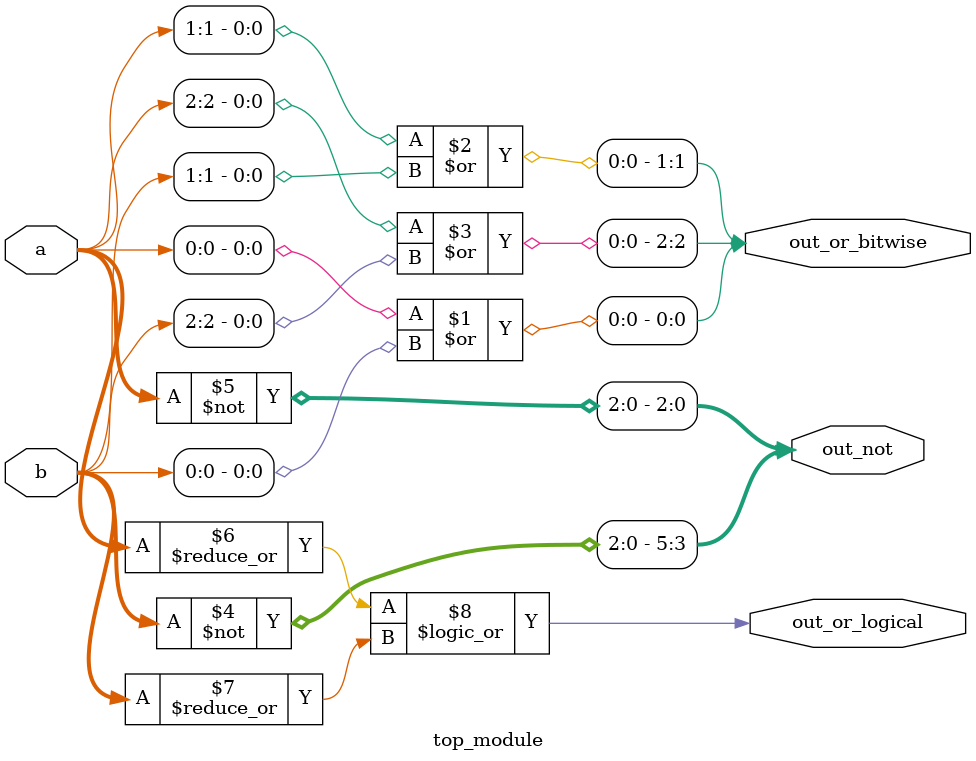
<source format=v>
module top_module( 
    input [2:0] a,
    input [2:0] b,
    output [2:0] out_or_bitwise,
    output out_or_logical,
    output [5:0] out_not
);
    or(out_or_bitwise[0],a[0],b[0]);
    or(out_or_bitwise[1],a[1],b[1]);
    or(out_or_bitwise[2],a[2],b[2]);
    assign out_not[5:3]=~b;
    assign out_not[2:0]=~a;
    assign out_or_logical=|a|||b;
    
    
endmodule

</source>
